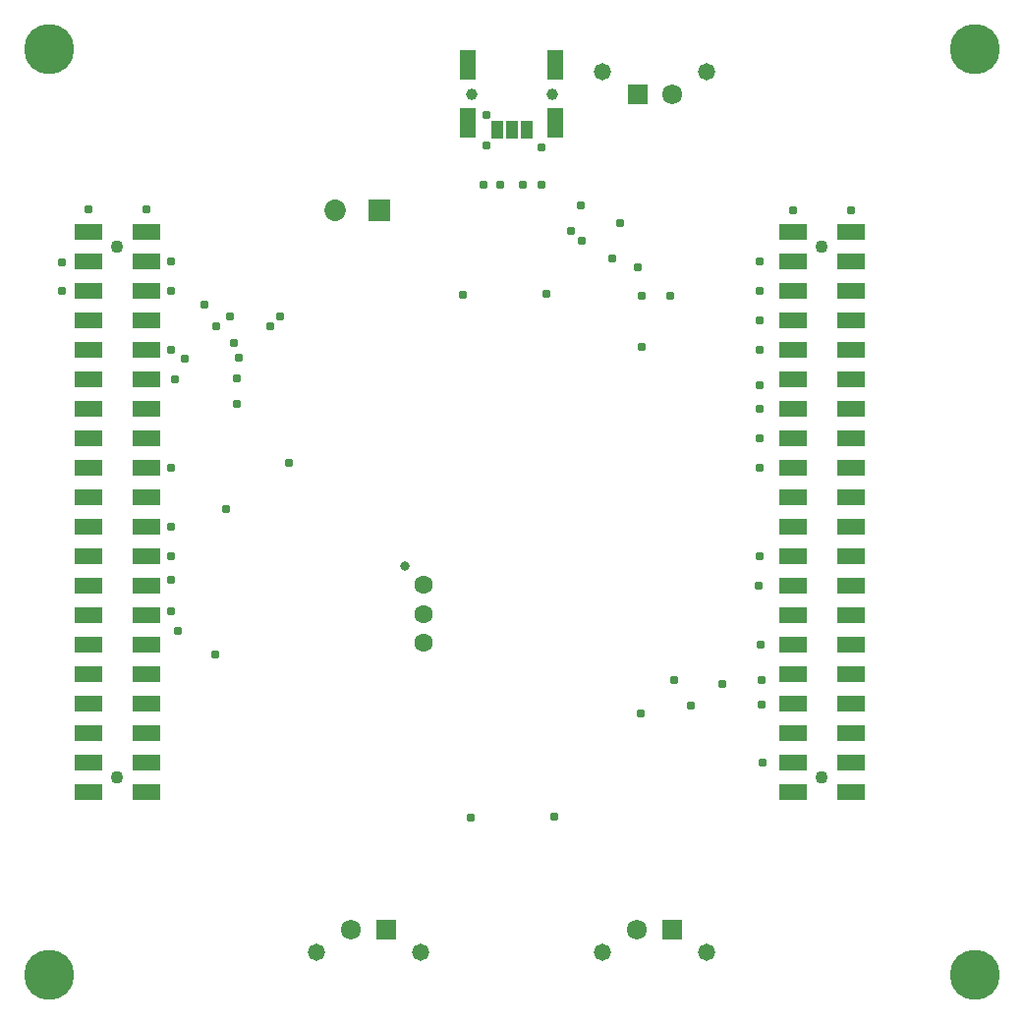
<source format=gbs>
G04*
G04 #@! TF.GenerationSoftware,Altium Limited,Altium Designer,24.0.1 (36)*
G04*
G04 Layer_Color=16711935*
%FSLAX25Y25*%
%MOIN*%
G70*
G04*
G04 #@! TF.SameCoordinates,8111244A-D8C8-47A8-AF56-D19D7FDA50C5*
G04*
G04*
G04 #@! TF.FilePolarity,Negative*
G04*
G01*
G75*
%ADD41C,0.04304*%
%ADD42C,0.06312*%
%ADD43C,0.03162*%
%ADD44R,0.07296X0.07296*%
%ADD45C,0.07296*%
%ADD46C,0.05800*%
%ADD47C,0.06784*%
%ADD48R,0.06784X0.06784*%
%ADD49C,0.03950*%
%ADD50C,0.17000*%
%ADD51C,0.03100*%
%ADD68R,0.09816X0.05800*%
%ADD69R,0.05524X0.10249*%
%ADD70R,0.03950X0.06312*%
D41*
X282000Y86800D02*
D03*
Y266800D02*
D03*
X43000D02*
D03*
Y86800D02*
D03*
D42*
X147000Y152192D02*
D03*
Y142350D02*
D03*
Y132507D02*
D03*
D43*
X140701Y158492D02*
D03*
D44*
X132000Y279300D02*
D03*
D45*
X117000D02*
D03*
D46*
X207578Y27483D02*
D03*
X243011D02*
D03*
X243022Y326217D02*
D03*
X207589D02*
D03*
X146011Y27483D02*
D03*
X110578D02*
D03*
D47*
X219389Y35200D02*
D03*
X231211Y318500D02*
D03*
X122389Y35200D02*
D03*
D48*
X231200D02*
D03*
X219400Y318500D02*
D03*
X134200Y35200D02*
D03*
D49*
X190539Y318655D02*
D03*
X163138D02*
D03*
D50*
X20000Y20000D02*
D03*
X334000D02*
D03*
Y334000D02*
D03*
X20000D02*
D03*
D51*
X81183Y243337D02*
D03*
X94994Y239806D02*
D03*
X76643Y239750D02*
D03*
X98385Y243337D02*
D03*
X186746Y300531D02*
D03*
X210975Y262764D02*
D03*
X196751Y272343D02*
D03*
X200684Y268951D02*
D03*
X167066Y287939D02*
D03*
X186975Y288026D02*
D03*
X191200Y73500D02*
D03*
X162800Y73385D02*
D03*
X213700Y275000D02*
D03*
X261361Y131739D02*
D03*
X261408Y119800D02*
D03*
Y111606D02*
D03*
X261836Y91800D02*
D03*
X237606Y111373D02*
D03*
X84223Y229284D02*
D03*
X65907Y229035D02*
D03*
X260714Y151764D02*
D03*
X260839Y161800D02*
D03*
X188540Y251028D02*
D03*
X160159Y250397D02*
D03*
X33059Y279500D02*
D03*
X168071Y301332D02*
D03*
X291941Y279300D02*
D03*
X272059D02*
D03*
X52952Y279436D02*
D03*
X180639Y288026D02*
D03*
X172961Y287976D02*
D03*
X232000Y119800D02*
D03*
X220672Y108544D02*
D03*
X63536Y136700D02*
D03*
X80028Y177800D02*
D03*
X76100Y128500D02*
D03*
X101078Y193400D02*
D03*
X62604Y221800D02*
D03*
X83618Y222153D02*
D03*
X219582Y259800D02*
D03*
X230656Y250100D02*
D03*
X220800D02*
D03*
X220800Y233020D02*
D03*
X168071Y311542D02*
D03*
X260839Y219800D02*
D03*
X61386Y251800D02*
D03*
Y161800D02*
D03*
Y153800D02*
D03*
X248353Y118582D02*
D03*
X83618Y213700D02*
D03*
X72600Y247278D02*
D03*
X24118Y261597D02*
D03*
X260900Y191800D02*
D03*
X260839Y201800D02*
D03*
Y211800D02*
D03*
X82400Y234300D02*
D03*
X260864Y231832D02*
D03*
Y241950D02*
D03*
X260764Y251793D02*
D03*
X260839Y261800D02*
D03*
X61386Y143373D02*
D03*
Y191800D02*
D03*
Y171800D02*
D03*
X24100Y251800D02*
D03*
X61386Y231800D02*
D03*
Y261800D02*
D03*
X200300Y280767D02*
D03*
D68*
X291941Y261800D02*
D03*
Y251800D02*
D03*
Y241800D02*
D03*
Y231800D02*
D03*
Y221800D02*
D03*
Y211800D02*
D03*
Y201800D02*
D03*
Y191800D02*
D03*
Y181800D02*
D03*
Y171800D02*
D03*
Y151800D02*
D03*
Y141800D02*
D03*
Y131800D02*
D03*
Y121800D02*
D03*
Y111800D02*
D03*
Y101800D02*
D03*
Y91800D02*
D03*
Y161800D02*
D03*
X272059Y261800D02*
D03*
Y251800D02*
D03*
Y241800D02*
D03*
Y231800D02*
D03*
Y221800D02*
D03*
Y211800D02*
D03*
Y201800D02*
D03*
Y191800D02*
D03*
Y181800D02*
D03*
Y171800D02*
D03*
Y161800D02*
D03*
Y151800D02*
D03*
Y121800D02*
D03*
Y91800D02*
D03*
Y101800D02*
D03*
Y111800D02*
D03*
Y141800D02*
D03*
Y131800D02*
D03*
X291941Y81800D02*
D03*
X272059D02*
D03*
X291941Y271800D02*
D03*
X272059D02*
D03*
X33059Y221800D02*
D03*
Y211800D02*
D03*
Y201800D02*
D03*
Y191800D02*
D03*
Y181800D02*
D03*
Y171800D02*
D03*
Y161800D02*
D03*
Y151800D02*
D03*
Y121800D02*
D03*
Y111800D02*
D03*
Y91800D02*
D03*
Y101800D02*
D03*
Y141800D02*
D03*
Y131800D02*
D03*
Y261800D02*
D03*
X52941D02*
D03*
Y251800D02*
D03*
Y241800D02*
D03*
Y231800D02*
D03*
Y221800D02*
D03*
Y211800D02*
D03*
Y201800D02*
D03*
Y191800D02*
D03*
Y181800D02*
D03*
Y171800D02*
D03*
Y161800D02*
D03*
Y151800D02*
D03*
Y141800D02*
D03*
Y131800D02*
D03*
Y121800D02*
D03*
Y111800D02*
D03*
Y101800D02*
D03*
Y91800D02*
D03*
X33059Y251800D02*
D03*
Y241800D02*
D03*
Y231800D02*
D03*
Y271800D02*
D03*
X52941D02*
D03*
X33059Y81800D02*
D03*
X52941D02*
D03*
D69*
X191720Y308812D02*
D03*
Y328497D02*
D03*
X161957D02*
D03*
Y308812D02*
D03*
D70*
X171838Y306647D02*
D03*
X176838D02*
D03*
X181838D02*
D03*
M02*

</source>
